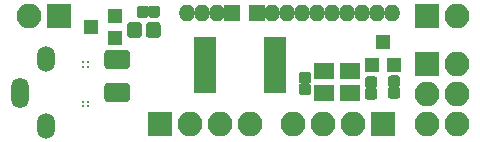
<source format=gbs>
G04 #@! TF.GenerationSoftware,KiCad,Pcbnew,(5.1.5)-3*
G04 #@! TF.CreationDate,2020-12-08T14:38:43+11:00*
G04 #@! TF.ProjectId,microBoSL,6d696372-6f42-46f5-934c-2e6b69636164,0.1.0*
G04 #@! TF.SameCoordinates,Original*
G04 #@! TF.FileFunction,Soldermask,Bot*
G04 #@! TF.FilePolarity,Negative*
%FSLAX46Y46*%
G04 Gerber Fmt 4.6, Leading zero omitted, Abs format (unit mm)*
G04 Created by KiCad (PCBNEW (5.1.5)-3) date 2020-12-08 14:38:43*
%MOMM*%
%LPD*%
G04 APERTURE LIST*
%ADD10O,1.400000X1.400000*%
%ADD11R,1.400000X1.400000*%
%ADD12R,1.700000X1.400000*%
%ADD13C,0.100000*%
%ADD14C,0.240000*%
%ADD15O,2.100000X2.100000*%
%ADD16R,2.100000X2.100000*%
%ADD17R,1.850000X0.850000*%
%ADD18R,1.300000X1.200000*%
%ADD19R,1.200000X1.300000*%
%ADD20O,1.500000X2.600000*%
%ADD21O,1.500000X2.200000*%
G04 APERTURE END LIST*
D10*
X132600000Y-103650000D03*
X131330000Y-103650000D03*
X130060000Y-103650000D03*
X128790000Y-103650000D03*
X127520000Y-103650000D03*
X126250000Y-103650000D03*
X124980000Y-103650000D03*
X123710000Y-103650000D03*
X122440000Y-103650000D03*
D11*
X121170000Y-103650000D03*
D12*
X129050000Y-108600000D03*
X126850000Y-108600000D03*
X126850000Y-110400000D03*
X129050000Y-110400000D03*
D13*
G36*
X133096759Y-108956192D02*
G01*
X133120785Y-108959756D01*
X133144345Y-108965657D01*
X133167214Y-108973840D01*
X133189171Y-108984224D01*
X133210004Y-108996711D01*
X133229512Y-109011180D01*
X133247509Y-109027491D01*
X133263820Y-109045488D01*
X133278289Y-109064996D01*
X133290776Y-109085829D01*
X133301160Y-109107786D01*
X133309343Y-109130655D01*
X133315244Y-109154215D01*
X133318808Y-109178241D01*
X133320000Y-109202500D01*
X133320000Y-109697500D01*
X133318808Y-109721759D01*
X133315244Y-109745785D01*
X133309343Y-109769345D01*
X133301160Y-109792214D01*
X133290776Y-109814171D01*
X133278289Y-109835004D01*
X133263820Y-109854512D01*
X133247509Y-109872509D01*
X133229512Y-109888820D01*
X133210004Y-109903289D01*
X133189171Y-109915776D01*
X133167214Y-109926160D01*
X133144345Y-109934343D01*
X133120785Y-109940244D01*
X133096759Y-109943808D01*
X133072500Y-109945000D01*
X132527500Y-109945000D01*
X132503241Y-109943808D01*
X132479215Y-109940244D01*
X132455655Y-109934343D01*
X132432786Y-109926160D01*
X132410829Y-109915776D01*
X132389996Y-109903289D01*
X132370488Y-109888820D01*
X132352491Y-109872509D01*
X132336180Y-109854512D01*
X132321711Y-109835004D01*
X132309224Y-109814171D01*
X132298840Y-109792214D01*
X132290657Y-109769345D01*
X132284756Y-109745785D01*
X132281192Y-109721759D01*
X132280000Y-109697500D01*
X132280000Y-109202500D01*
X132281192Y-109178241D01*
X132284756Y-109154215D01*
X132290657Y-109130655D01*
X132298840Y-109107786D01*
X132309224Y-109085829D01*
X132321711Y-109064996D01*
X132336180Y-109045488D01*
X132352491Y-109027491D01*
X132370488Y-109011180D01*
X132389996Y-108996711D01*
X132410829Y-108984224D01*
X132432786Y-108973840D01*
X132455655Y-108965657D01*
X132479215Y-108959756D01*
X132503241Y-108956192D01*
X132527500Y-108955000D01*
X133072500Y-108955000D01*
X133096759Y-108956192D01*
G37*
G36*
X133096759Y-109926192D02*
G01*
X133120785Y-109929756D01*
X133144345Y-109935657D01*
X133167214Y-109943840D01*
X133189171Y-109954224D01*
X133210004Y-109966711D01*
X133229512Y-109981180D01*
X133247509Y-109997491D01*
X133263820Y-110015488D01*
X133278289Y-110034996D01*
X133290776Y-110055829D01*
X133301160Y-110077786D01*
X133309343Y-110100655D01*
X133315244Y-110124215D01*
X133318808Y-110148241D01*
X133320000Y-110172500D01*
X133320000Y-110667500D01*
X133318808Y-110691759D01*
X133315244Y-110715785D01*
X133309343Y-110739345D01*
X133301160Y-110762214D01*
X133290776Y-110784171D01*
X133278289Y-110805004D01*
X133263820Y-110824512D01*
X133247509Y-110842509D01*
X133229512Y-110858820D01*
X133210004Y-110873289D01*
X133189171Y-110885776D01*
X133167214Y-110896160D01*
X133144345Y-110904343D01*
X133120785Y-110910244D01*
X133096759Y-110913808D01*
X133072500Y-110915000D01*
X132527500Y-110915000D01*
X132503241Y-110913808D01*
X132479215Y-110910244D01*
X132455655Y-110904343D01*
X132432786Y-110896160D01*
X132410829Y-110885776D01*
X132389996Y-110873289D01*
X132370488Y-110858820D01*
X132352491Y-110842509D01*
X132336180Y-110824512D01*
X132321711Y-110805004D01*
X132309224Y-110784171D01*
X132298840Y-110762214D01*
X132290657Y-110739345D01*
X132284756Y-110715785D01*
X132281192Y-110691759D01*
X132280000Y-110667500D01*
X132280000Y-110172500D01*
X132281192Y-110148241D01*
X132284756Y-110124215D01*
X132290657Y-110100655D01*
X132298840Y-110077786D01*
X132309224Y-110055829D01*
X132321711Y-110034996D01*
X132336180Y-110015488D01*
X132352491Y-109997491D01*
X132370488Y-109981180D01*
X132389996Y-109966711D01*
X132410829Y-109954224D01*
X132432786Y-109943840D01*
X132455655Y-109935657D01*
X132479215Y-109929756D01*
X132503241Y-109926192D01*
X132527500Y-109925000D01*
X133072500Y-109925000D01*
X133096759Y-109926192D01*
G37*
G36*
X112746759Y-103031192D02*
G01*
X112770785Y-103034756D01*
X112794345Y-103040657D01*
X112817214Y-103048840D01*
X112839171Y-103059224D01*
X112860004Y-103071711D01*
X112879512Y-103086180D01*
X112897509Y-103102491D01*
X112913820Y-103120488D01*
X112928289Y-103139996D01*
X112940776Y-103160829D01*
X112951160Y-103182786D01*
X112959343Y-103205655D01*
X112965244Y-103229215D01*
X112968808Y-103253241D01*
X112970000Y-103277500D01*
X112970000Y-103822500D01*
X112968808Y-103846759D01*
X112965244Y-103870785D01*
X112959343Y-103894345D01*
X112951160Y-103917214D01*
X112940776Y-103939171D01*
X112928289Y-103960004D01*
X112913820Y-103979512D01*
X112897509Y-103997509D01*
X112879512Y-104013820D01*
X112860004Y-104028289D01*
X112839171Y-104040776D01*
X112817214Y-104051160D01*
X112794345Y-104059343D01*
X112770785Y-104065244D01*
X112746759Y-104068808D01*
X112722500Y-104070000D01*
X112227500Y-104070000D01*
X112203241Y-104068808D01*
X112179215Y-104065244D01*
X112155655Y-104059343D01*
X112132786Y-104051160D01*
X112110829Y-104040776D01*
X112089996Y-104028289D01*
X112070488Y-104013820D01*
X112052491Y-103997509D01*
X112036180Y-103979512D01*
X112021711Y-103960004D01*
X112009224Y-103939171D01*
X111998840Y-103917214D01*
X111990657Y-103894345D01*
X111984756Y-103870785D01*
X111981192Y-103846759D01*
X111980000Y-103822500D01*
X111980000Y-103277500D01*
X111981192Y-103253241D01*
X111984756Y-103229215D01*
X111990657Y-103205655D01*
X111998840Y-103182786D01*
X112009224Y-103160829D01*
X112021711Y-103139996D01*
X112036180Y-103120488D01*
X112052491Y-103102491D01*
X112070488Y-103086180D01*
X112089996Y-103071711D01*
X112110829Y-103059224D01*
X112132786Y-103048840D01*
X112155655Y-103040657D01*
X112179215Y-103034756D01*
X112203241Y-103031192D01*
X112227500Y-103030000D01*
X112722500Y-103030000D01*
X112746759Y-103031192D01*
G37*
G36*
X111776759Y-103031192D02*
G01*
X111800785Y-103034756D01*
X111824345Y-103040657D01*
X111847214Y-103048840D01*
X111869171Y-103059224D01*
X111890004Y-103071711D01*
X111909512Y-103086180D01*
X111927509Y-103102491D01*
X111943820Y-103120488D01*
X111958289Y-103139996D01*
X111970776Y-103160829D01*
X111981160Y-103182786D01*
X111989343Y-103205655D01*
X111995244Y-103229215D01*
X111998808Y-103253241D01*
X112000000Y-103277500D01*
X112000000Y-103822500D01*
X111998808Y-103846759D01*
X111995244Y-103870785D01*
X111989343Y-103894345D01*
X111981160Y-103917214D01*
X111970776Y-103939171D01*
X111958289Y-103960004D01*
X111943820Y-103979512D01*
X111927509Y-103997509D01*
X111909512Y-104013820D01*
X111890004Y-104028289D01*
X111869171Y-104040776D01*
X111847214Y-104051160D01*
X111824345Y-104059343D01*
X111800785Y-104065244D01*
X111776759Y-104068808D01*
X111752500Y-104070000D01*
X111257500Y-104070000D01*
X111233241Y-104068808D01*
X111209215Y-104065244D01*
X111185655Y-104059343D01*
X111162786Y-104051160D01*
X111140829Y-104040776D01*
X111119996Y-104028289D01*
X111100488Y-104013820D01*
X111082491Y-103997509D01*
X111066180Y-103979512D01*
X111051711Y-103960004D01*
X111039224Y-103939171D01*
X111028840Y-103917214D01*
X111020657Y-103894345D01*
X111014756Y-103870785D01*
X111011192Y-103846759D01*
X111010000Y-103822500D01*
X111010000Y-103277500D01*
X111011192Y-103253241D01*
X111014756Y-103229215D01*
X111020657Y-103205655D01*
X111028840Y-103182786D01*
X111039224Y-103160829D01*
X111051711Y-103139996D01*
X111066180Y-103120488D01*
X111082491Y-103102491D01*
X111100488Y-103086180D01*
X111119996Y-103071711D01*
X111140829Y-103059224D01*
X111162786Y-103048840D01*
X111185655Y-103040657D01*
X111209215Y-103034756D01*
X111233241Y-103031192D01*
X111257500Y-103030000D01*
X111752500Y-103030000D01*
X111776759Y-103031192D01*
G37*
G36*
X125546759Y-108656192D02*
G01*
X125570785Y-108659756D01*
X125594345Y-108665657D01*
X125617214Y-108673840D01*
X125639171Y-108684224D01*
X125660004Y-108696711D01*
X125679512Y-108711180D01*
X125697509Y-108727491D01*
X125713820Y-108745488D01*
X125728289Y-108764996D01*
X125740776Y-108785829D01*
X125751160Y-108807786D01*
X125759343Y-108830655D01*
X125765244Y-108854215D01*
X125768808Y-108878241D01*
X125770000Y-108902500D01*
X125770000Y-109397500D01*
X125768808Y-109421759D01*
X125765244Y-109445785D01*
X125759343Y-109469345D01*
X125751160Y-109492214D01*
X125740776Y-109514171D01*
X125728289Y-109535004D01*
X125713820Y-109554512D01*
X125697509Y-109572509D01*
X125679512Y-109588820D01*
X125660004Y-109603289D01*
X125639171Y-109615776D01*
X125617214Y-109626160D01*
X125594345Y-109634343D01*
X125570785Y-109640244D01*
X125546759Y-109643808D01*
X125522500Y-109645000D01*
X124977500Y-109645000D01*
X124953241Y-109643808D01*
X124929215Y-109640244D01*
X124905655Y-109634343D01*
X124882786Y-109626160D01*
X124860829Y-109615776D01*
X124839996Y-109603289D01*
X124820488Y-109588820D01*
X124802491Y-109572509D01*
X124786180Y-109554512D01*
X124771711Y-109535004D01*
X124759224Y-109514171D01*
X124748840Y-109492214D01*
X124740657Y-109469345D01*
X124734756Y-109445785D01*
X124731192Y-109421759D01*
X124730000Y-109397500D01*
X124730000Y-108902500D01*
X124731192Y-108878241D01*
X124734756Y-108854215D01*
X124740657Y-108830655D01*
X124748840Y-108807786D01*
X124759224Y-108785829D01*
X124771711Y-108764996D01*
X124786180Y-108745488D01*
X124802491Y-108727491D01*
X124820488Y-108711180D01*
X124839996Y-108696711D01*
X124860829Y-108684224D01*
X124882786Y-108673840D01*
X124905655Y-108665657D01*
X124929215Y-108659756D01*
X124953241Y-108656192D01*
X124977500Y-108655000D01*
X125522500Y-108655000D01*
X125546759Y-108656192D01*
G37*
G36*
X125546759Y-109626192D02*
G01*
X125570785Y-109629756D01*
X125594345Y-109635657D01*
X125617214Y-109643840D01*
X125639171Y-109654224D01*
X125660004Y-109666711D01*
X125679512Y-109681180D01*
X125697509Y-109697491D01*
X125713820Y-109715488D01*
X125728289Y-109734996D01*
X125740776Y-109755829D01*
X125751160Y-109777786D01*
X125759343Y-109800655D01*
X125765244Y-109824215D01*
X125768808Y-109848241D01*
X125770000Y-109872500D01*
X125770000Y-110367500D01*
X125768808Y-110391759D01*
X125765244Y-110415785D01*
X125759343Y-110439345D01*
X125751160Y-110462214D01*
X125740776Y-110484171D01*
X125728289Y-110505004D01*
X125713820Y-110524512D01*
X125697509Y-110542509D01*
X125679512Y-110558820D01*
X125660004Y-110573289D01*
X125639171Y-110585776D01*
X125617214Y-110596160D01*
X125594345Y-110604343D01*
X125570785Y-110610244D01*
X125546759Y-110613808D01*
X125522500Y-110615000D01*
X124977500Y-110615000D01*
X124953241Y-110613808D01*
X124929215Y-110610244D01*
X124905655Y-110604343D01*
X124882786Y-110596160D01*
X124860829Y-110585776D01*
X124839996Y-110573289D01*
X124820488Y-110558820D01*
X124802491Y-110542509D01*
X124786180Y-110524512D01*
X124771711Y-110505004D01*
X124759224Y-110484171D01*
X124748840Y-110462214D01*
X124740657Y-110439345D01*
X124734756Y-110415785D01*
X124731192Y-110391759D01*
X124730000Y-110367500D01*
X124730000Y-109872500D01*
X124731192Y-109848241D01*
X124734756Y-109824215D01*
X124740657Y-109800655D01*
X124748840Y-109777786D01*
X124759224Y-109755829D01*
X124771711Y-109734996D01*
X124786180Y-109715488D01*
X124802491Y-109697491D01*
X124820488Y-109681180D01*
X124839996Y-109666711D01*
X124860829Y-109654224D01*
X124882786Y-109643840D01*
X124905655Y-109635657D01*
X124929215Y-109629756D01*
X124953241Y-109626192D01*
X124977500Y-109625000D01*
X125522500Y-109625000D01*
X125546759Y-109626192D01*
G37*
G36*
X131146759Y-110006192D02*
G01*
X131170785Y-110009756D01*
X131194345Y-110015657D01*
X131217214Y-110023840D01*
X131239171Y-110034224D01*
X131260004Y-110046711D01*
X131279512Y-110061180D01*
X131297509Y-110077491D01*
X131313820Y-110095488D01*
X131328289Y-110114996D01*
X131340776Y-110135829D01*
X131351160Y-110157786D01*
X131359343Y-110180655D01*
X131365244Y-110204215D01*
X131368808Y-110228241D01*
X131370000Y-110252500D01*
X131370000Y-110747500D01*
X131368808Y-110771759D01*
X131365244Y-110795785D01*
X131359343Y-110819345D01*
X131351160Y-110842214D01*
X131340776Y-110864171D01*
X131328289Y-110885004D01*
X131313820Y-110904512D01*
X131297509Y-110922509D01*
X131279512Y-110938820D01*
X131260004Y-110953289D01*
X131239171Y-110965776D01*
X131217214Y-110976160D01*
X131194345Y-110984343D01*
X131170785Y-110990244D01*
X131146759Y-110993808D01*
X131122500Y-110995000D01*
X130577500Y-110995000D01*
X130553241Y-110993808D01*
X130529215Y-110990244D01*
X130505655Y-110984343D01*
X130482786Y-110976160D01*
X130460829Y-110965776D01*
X130439996Y-110953289D01*
X130420488Y-110938820D01*
X130402491Y-110922509D01*
X130386180Y-110904512D01*
X130371711Y-110885004D01*
X130359224Y-110864171D01*
X130348840Y-110842214D01*
X130340657Y-110819345D01*
X130334756Y-110795785D01*
X130331192Y-110771759D01*
X130330000Y-110747500D01*
X130330000Y-110252500D01*
X130331192Y-110228241D01*
X130334756Y-110204215D01*
X130340657Y-110180655D01*
X130348840Y-110157786D01*
X130359224Y-110135829D01*
X130371711Y-110114996D01*
X130386180Y-110095488D01*
X130402491Y-110077491D01*
X130420488Y-110061180D01*
X130439996Y-110046711D01*
X130460829Y-110034224D01*
X130482786Y-110023840D01*
X130505655Y-110015657D01*
X130529215Y-110009756D01*
X130553241Y-110006192D01*
X130577500Y-110005000D01*
X131122500Y-110005000D01*
X131146759Y-110006192D01*
G37*
G36*
X131146759Y-109036192D02*
G01*
X131170785Y-109039756D01*
X131194345Y-109045657D01*
X131217214Y-109053840D01*
X131239171Y-109064224D01*
X131260004Y-109076711D01*
X131279512Y-109091180D01*
X131297509Y-109107491D01*
X131313820Y-109125488D01*
X131328289Y-109144996D01*
X131340776Y-109165829D01*
X131351160Y-109187786D01*
X131359343Y-109210655D01*
X131365244Y-109234215D01*
X131368808Y-109258241D01*
X131370000Y-109282500D01*
X131370000Y-109777500D01*
X131368808Y-109801759D01*
X131365244Y-109825785D01*
X131359343Y-109849345D01*
X131351160Y-109872214D01*
X131340776Y-109894171D01*
X131328289Y-109915004D01*
X131313820Y-109934512D01*
X131297509Y-109952509D01*
X131279512Y-109968820D01*
X131260004Y-109983289D01*
X131239171Y-109995776D01*
X131217214Y-110006160D01*
X131194345Y-110014343D01*
X131170785Y-110020244D01*
X131146759Y-110023808D01*
X131122500Y-110025000D01*
X130577500Y-110025000D01*
X130553241Y-110023808D01*
X130529215Y-110020244D01*
X130505655Y-110014343D01*
X130482786Y-110006160D01*
X130460829Y-109995776D01*
X130439996Y-109983289D01*
X130420488Y-109968820D01*
X130402491Y-109952509D01*
X130386180Y-109934512D01*
X130371711Y-109915004D01*
X130359224Y-109894171D01*
X130348840Y-109872214D01*
X130340657Y-109849345D01*
X130334756Y-109825785D01*
X130331192Y-109801759D01*
X130330000Y-109777500D01*
X130330000Y-109282500D01*
X130331192Y-109258241D01*
X130334756Y-109234215D01*
X130340657Y-109210655D01*
X130348840Y-109187786D01*
X130359224Y-109165829D01*
X130371711Y-109144996D01*
X130386180Y-109125488D01*
X130402491Y-109107491D01*
X130420488Y-109091180D01*
X130439996Y-109076711D01*
X130460829Y-109064224D01*
X130482786Y-109053840D01*
X130505655Y-109045657D01*
X130529215Y-109039756D01*
X130553241Y-109036192D01*
X130577500Y-109035000D01*
X131122500Y-109035000D01*
X131146759Y-109036192D01*
G37*
D14*
X106500000Y-111550000D03*
X106850000Y-111550000D03*
X106500000Y-111200000D03*
X106850000Y-111200000D03*
X106500000Y-108200000D03*
X106850000Y-108200000D03*
X106500000Y-107850000D03*
X106850000Y-107850000D03*
D10*
X115290000Y-103650000D03*
X116560000Y-103650000D03*
X117830000Y-103650000D03*
D11*
X119100000Y-103650000D03*
D15*
X138100000Y-113100000D03*
X135560000Y-113100000D03*
X138100000Y-110560000D03*
X135560000Y-110560000D03*
X138100000Y-108020000D03*
D16*
X135560000Y-108020000D03*
D17*
X116775000Y-106150000D03*
X116775000Y-106800000D03*
X116775000Y-107450000D03*
X116775000Y-108100000D03*
X116775000Y-108750000D03*
X116775000Y-109400000D03*
X116775000Y-110050000D03*
X122675000Y-110050000D03*
X122675000Y-109400000D03*
X122675000Y-108750000D03*
X122675000Y-108100000D03*
X122675000Y-107450000D03*
X122675000Y-106800000D03*
X122675000Y-106150000D03*
D18*
X107150000Y-104850000D03*
X109150000Y-105800000D03*
X109150000Y-103900000D03*
D19*
X131850000Y-106100000D03*
X130900000Y-108100000D03*
X132800000Y-108100000D03*
D20*
X101150000Y-110400000D03*
D21*
X103300000Y-113200000D03*
X103300000Y-107600000D03*
D15*
X138100000Y-103900000D03*
D16*
X135560000Y-103900000D03*
D15*
X101900000Y-103900000D03*
D16*
X104440000Y-103900000D03*
D15*
X124280000Y-113100000D03*
X126820000Y-113100000D03*
X129360000Y-113100000D03*
D16*
X131900000Y-113100000D03*
D15*
X120600000Y-113100000D03*
X118060000Y-113100000D03*
X115520000Y-113100000D03*
D16*
X112980000Y-113100000D03*
D13*
G36*
X111174993Y-104426535D02*
G01*
X111205935Y-104431125D01*
X111236278Y-104438725D01*
X111265730Y-104449263D01*
X111294008Y-104462638D01*
X111320838Y-104478719D01*
X111345963Y-104497353D01*
X111369140Y-104518360D01*
X111390147Y-104541537D01*
X111408781Y-104566662D01*
X111424862Y-104593492D01*
X111438237Y-104621770D01*
X111448775Y-104651222D01*
X111456375Y-104681565D01*
X111460965Y-104712507D01*
X111462500Y-104743750D01*
X111462500Y-105456250D01*
X111460965Y-105487493D01*
X111456375Y-105518435D01*
X111448775Y-105548778D01*
X111438237Y-105578230D01*
X111424862Y-105606508D01*
X111408781Y-105633338D01*
X111390147Y-105658463D01*
X111369140Y-105681640D01*
X111345963Y-105702647D01*
X111320838Y-105721281D01*
X111294008Y-105737362D01*
X111265730Y-105750737D01*
X111236278Y-105761275D01*
X111205935Y-105768875D01*
X111174993Y-105773465D01*
X111143750Y-105775000D01*
X110506250Y-105775000D01*
X110475007Y-105773465D01*
X110444065Y-105768875D01*
X110413722Y-105761275D01*
X110384270Y-105750737D01*
X110355992Y-105737362D01*
X110329162Y-105721281D01*
X110304037Y-105702647D01*
X110280860Y-105681640D01*
X110259853Y-105658463D01*
X110241219Y-105633338D01*
X110225138Y-105606508D01*
X110211763Y-105578230D01*
X110201225Y-105548778D01*
X110193625Y-105518435D01*
X110189035Y-105487493D01*
X110187500Y-105456250D01*
X110187500Y-104743750D01*
X110189035Y-104712507D01*
X110193625Y-104681565D01*
X110201225Y-104651222D01*
X110211763Y-104621770D01*
X110225138Y-104593492D01*
X110241219Y-104566662D01*
X110259853Y-104541537D01*
X110280860Y-104518360D01*
X110304037Y-104497353D01*
X110329162Y-104478719D01*
X110355992Y-104462638D01*
X110384270Y-104449263D01*
X110413722Y-104438725D01*
X110444065Y-104431125D01*
X110475007Y-104426535D01*
X110506250Y-104425000D01*
X111143750Y-104425000D01*
X111174993Y-104426535D01*
G37*
G36*
X112749993Y-104426535D02*
G01*
X112780935Y-104431125D01*
X112811278Y-104438725D01*
X112840730Y-104449263D01*
X112869008Y-104462638D01*
X112895838Y-104478719D01*
X112920963Y-104497353D01*
X112944140Y-104518360D01*
X112965147Y-104541537D01*
X112983781Y-104566662D01*
X112999862Y-104593492D01*
X113013237Y-104621770D01*
X113023775Y-104651222D01*
X113031375Y-104681565D01*
X113035965Y-104712507D01*
X113037500Y-104743750D01*
X113037500Y-105456250D01*
X113035965Y-105487493D01*
X113031375Y-105518435D01*
X113023775Y-105548778D01*
X113013237Y-105578230D01*
X112999862Y-105606508D01*
X112983781Y-105633338D01*
X112965147Y-105658463D01*
X112944140Y-105681640D01*
X112920963Y-105702647D01*
X112895838Y-105721281D01*
X112869008Y-105737362D01*
X112840730Y-105750737D01*
X112811278Y-105761275D01*
X112780935Y-105768875D01*
X112749993Y-105773465D01*
X112718750Y-105775000D01*
X112081250Y-105775000D01*
X112050007Y-105773465D01*
X112019065Y-105768875D01*
X111988722Y-105761275D01*
X111959270Y-105750737D01*
X111930992Y-105737362D01*
X111904162Y-105721281D01*
X111879037Y-105702647D01*
X111855860Y-105681640D01*
X111834853Y-105658463D01*
X111816219Y-105633338D01*
X111800138Y-105606508D01*
X111786763Y-105578230D01*
X111776225Y-105548778D01*
X111768625Y-105518435D01*
X111764035Y-105487493D01*
X111762500Y-105456250D01*
X111762500Y-104743750D01*
X111764035Y-104712507D01*
X111768625Y-104681565D01*
X111776225Y-104651222D01*
X111786763Y-104621770D01*
X111800138Y-104593492D01*
X111816219Y-104566662D01*
X111834853Y-104541537D01*
X111855860Y-104518360D01*
X111879037Y-104497353D01*
X111904162Y-104478719D01*
X111930992Y-104462638D01*
X111959270Y-104449263D01*
X111988722Y-104438725D01*
X112019065Y-104431125D01*
X112050007Y-104426535D01*
X112081250Y-104425000D01*
X112718750Y-104425000D01*
X112749993Y-104426535D01*
G37*
G36*
X110127346Y-109576589D02*
G01*
X110159380Y-109581341D01*
X110190794Y-109589210D01*
X110221286Y-109600120D01*
X110250561Y-109613966D01*
X110278338Y-109630615D01*
X110304350Y-109649907D01*
X110328345Y-109671655D01*
X110350093Y-109695650D01*
X110369385Y-109721662D01*
X110386034Y-109749439D01*
X110399880Y-109778714D01*
X110410790Y-109809206D01*
X110418659Y-109840620D01*
X110423411Y-109872654D01*
X110425000Y-109905000D01*
X110425000Y-110895000D01*
X110423411Y-110927346D01*
X110418659Y-110959380D01*
X110410790Y-110990794D01*
X110399880Y-111021286D01*
X110386034Y-111050561D01*
X110369385Y-111078338D01*
X110350093Y-111104350D01*
X110328345Y-111128345D01*
X110304350Y-111150093D01*
X110278338Y-111169385D01*
X110250561Y-111186034D01*
X110221286Y-111199880D01*
X110190794Y-111210790D01*
X110159380Y-111218659D01*
X110127346Y-111223411D01*
X110095000Y-111225000D01*
X108605000Y-111225000D01*
X108572654Y-111223411D01*
X108540620Y-111218659D01*
X108509206Y-111210790D01*
X108478714Y-111199880D01*
X108449439Y-111186034D01*
X108421662Y-111169385D01*
X108395650Y-111150093D01*
X108371655Y-111128345D01*
X108349907Y-111104350D01*
X108330615Y-111078338D01*
X108313966Y-111050561D01*
X108300120Y-111021286D01*
X108289210Y-110990794D01*
X108281341Y-110959380D01*
X108276589Y-110927346D01*
X108275000Y-110895000D01*
X108275000Y-109905000D01*
X108276589Y-109872654D01*
X108281341Y-109840620D01*
X108289210Y-109809206D01*
X108300120Y-109778714D01*
X108313966Y-109749439D01*
X108330615Y-109721662D01*
X108349907Y-109695650D01*
X108371655Y-109671655D01*
X108395650Y-109649907D01*
X108421662Y-109630615D01*
X108449439Y-109613966D01*
X108478714Y-109600120D01*
X108509206Y-109589210D01*
X108540620Y-109581341D01*
X108572654Y-109576589D01*
X108605000Y-109575000D01*
X110095000Y-109575000D01*
X110127346Y-109576589D01*
G37*
G36*
X110127346Y-106776589D02*
G01*
X110159380Y-106781341D01*
X110190794Y-106789210D01*
X110221286Y-106800120D01*
X110250561Y-106813966D01*
X110278338Y-106830615D01*
X110304350Y-106849907D01*
X110328345Y-106871655D01*
X110350093Y-106895650D01*
X110369385Y-106921662D01*
X110386034Y-106949439D01*
X110399880Y-106978714D01*
X110410790Y-107009206D01*
X110418659Y-107040620D01*
X110423411Y-107072654D01*
X110425000Y-107105000D01*
X110425000Y-108095000D01*
X110423411Y-108127346D01*
X110418659Y-108159380D01*
X110410790Y-108190794D01*
X110399880Y-108221286D01*
X110386034Y-108250561D01*
X110369385Y-108278338D01*
X110350093Y-108304350D01*
X110328345Y-108328345D01*
X110304350Y-108350093D01*
X110278338Y-108369385D01*
X110250561Y-108386034D01*
X110221286Y-108399880D01*
X110190794Y-108410790D01*
X110159380Y-108418659D01*
X110127346Y-108423411D01*
X110095000Y-108425000D01*
X108605000Y-108425000D01*
X108572654Y-108423411D01*
X108540620Y-108418659D01*
X108509206Y-108410790D01*
X108478714Y-108399880D01*
X108449439Y-108386034D01*
X108421662Y-108369385D01*
X108395650Y-108350093D01*
X108371655Y-108328345D01*
X108349907Y-108304350D01*
X108330615Y-108278338D01*
X108313966Y-108250561D01*
X108300120Y-108221286D01*
X108289210Y-108190794D01*
X108281341Y-108159380D01*
X108276589Y-108127346D01*
X108275000Y-108095000D01*
X108275000Y-107105000D01*
X108276589Y-107072654D01*
X108281341Y-107040620D01*
X108289210Y-107009206D01*
X108300120Y-106978714D01*
X108313966Y-106949439D01*
X108330615Y-106921662D01*
X108349907Y-106895650D01*
X108371655Y-106871655D01*
X108395650Y-106849907D01*
X108421662Y-106830615D01*
X108449439Y-106813966D01*
X108478714Y-106800120D01*
X108509206Y-106789210D01*
X108540620Y-106781341D01*
X108572654Y-106776589D01*
X108605000Y-106775000D01*
X110095000Y-106775000D01*
X110127346Y-106776589D01*
G37*
M02*

</source>
